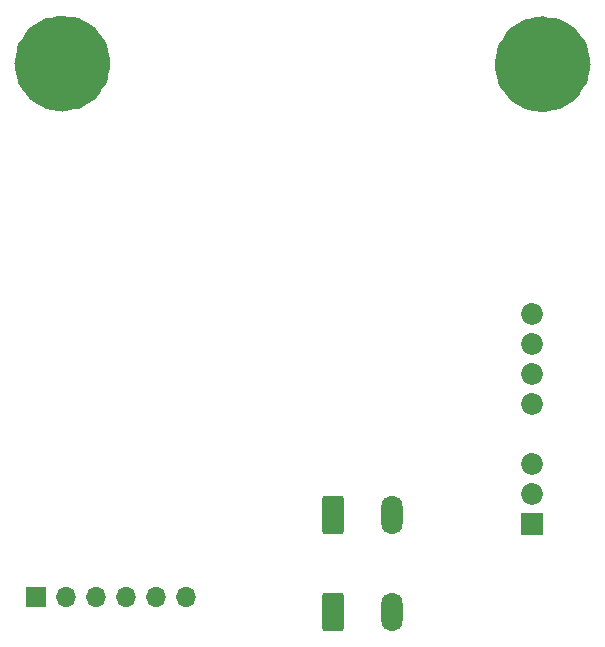
<source format=gbr>
%TF.GenerationSoftware,KiCad,Pcbnew,7.0.5*%
%TF.CreationDate,2025-04-14T03:26:47-04:00*%
%TF.ProjectId,okay_this_one_is_not_work,6f6b6179-5f74-4686-9973-5f6f6e655f69,rev?*%
%TF.SameCoordinates,Original*%
%TF.FileFunction,Soldermask,Bot*%
%TF.FilePolarity,Negative*%
%FSLAX46Y46*%
G04 Gerber Fmt 4.6, Leading zero omitted, Abs format (unit mm)*
G04 Created by KiCad (PCBNEW 7.0.5) date 2025-04-14 03:26:47*
%MOMM*%
%LPD*%
G01*
G04 APERTURE LIST*
G04 Aperture macros list*
%AMRoundRect*
0 Rectangle with rounded corners*
0 $1 Rounding radius*
0 $2 $3 $4 $5 $6 $7 $8 $9 X,Y pos of 4 corners*
0 Add a 4 corners polygon primitive as box body*
4,1,4,$2,$3,$4,$5,$6,$7,$8,$9,$2,$3,0*
0 Add four circle primitives for the rounded corners*
1,1,$1+$1,$2,$3*
1,1,$1+$1,$4,$5*
1,1,$1+$1,$6,$7*
1,1,$1+$1,$8,$9*
0 Add four rect primitives between the rounded corners*
20,1,$1+$1,$2,$3,$4,$5,0*
20,1,$1+$1,$4,$5,$6,$7,0*
20,1,$1+$1,$6,$7,$8,$9,0*
20,1,$1+$1,$8,$9,$2,$3,0*%
G04 Aperture macros list end*
%ADD10C,4.066707*%
%ADD11R,1.700000X1.700000*%
%ADD12O,1.700000X1.700000*%
%ADD13RoundRect,0.250000X-0.650000X-1.400000X0.650000X-1.400000X0.650000X1.400000X-0.650000X1.400000X0*%
%ADD14O,1.800000X3.300000*%
%ADD15C,1.850000*%
%ADD16R,1.850000X1.850000*%
G04 APERTURE END LIST*
D10*
X29938147Y-22812298D02*
G75*
G03*
X29938147Y-22812298I-2033353J0D01*
G01*
X70589220Y-22868554D02*
G75*
G03*
X70589220Y-22868554I-2033353J0D01*
G01*
D11*
%TO.C,J1*%
X25633975Y-68011322D03*
D12*
X28173975Y-68011322D03*
X30713975Y-68011322D03*
X33253975Y-68011322D03*
X35793975Y-68011322D03*
X38333975Y-68011322D03*
%TD*%
D13*
%TO.C,J2*%
X50828198Y-61060500D03*
X50828198Y-69260500D03*
D14*
X55828198Y-61060500D03*
X55828198Y-69260500D03*
%TD*%
D15*
%TO.C,PS1*%
X67664798Y-44045000D03*
X67664798Y-46585000D03*
X67664798Y-49125000D03*
X67664798Y-51665000D03*
X67664798Y-56745000D03*
X67664798Y-59285000D03*
D16*
X67664798Y-61825000D03*
%TD*%
M02*

</source>
